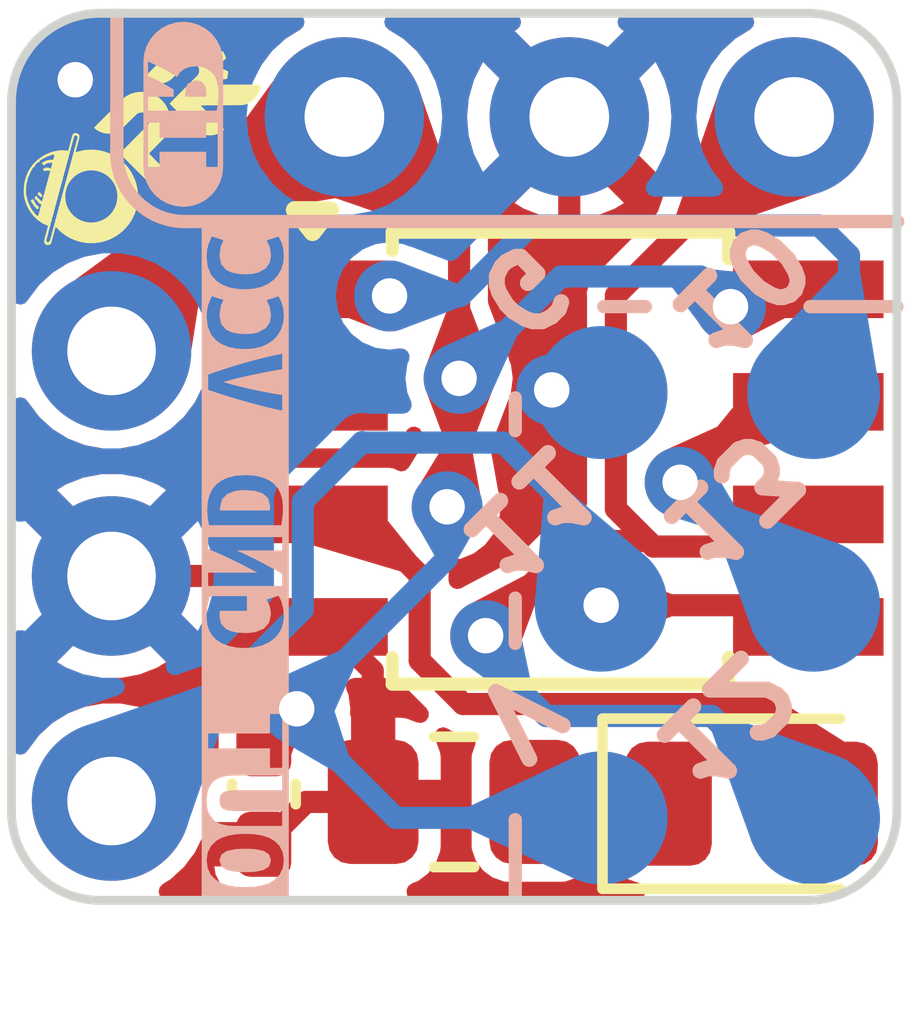
<source format=kicad_pcb>
(kicad_pcb (version 20221018) (generator pcbnew)
  (layers (0 "F.Cu" signal) (31 "B.Cu" signal) (34 "B.Paste" user) (35 "F.Paste" user) (36 "B.SilkS" user "B.Silkscreen") (37 "F.SilkS" user "F.Silkscreen") (38 "B.Mask" user) (39 "F.Mask" user) (44 "Edge.Cuts" user))
  (net 0 "")
  (net 1 "/3.3V{slash}5V")
  (net 2 "GND")
  (net 3 "Net-(D1-K)")
  (net 4 "/LED")
  (net 5 "/ERASE")
  (net 6 "/MISO{slash}12")
  (net 7 "/MOSI{slash}11")
  (net 8 "/RESET{slash}10")
  (footprint "Connector_PinSocket_2.54mm:PinSocket_1x03_P2.54mm_Vertical" (layer "F.Cu") (at 135.14 82.58)
    (fp_text reference "SUPPLY/OUTPUT1" hide)
    (fp_text value "Conn_01x03_Socket" hide)
    (pad "1" thru_hole circle (at 0 0) (size 1.8 1.8) (drill 1) (layers "*.Cu" "*.Mask") (net 1 "/3.3V{slash}5V"))
    (pad "2" thru_hole circle (at 0 2.54) (size 1.8 1.8) (drill 1) (layers "*.Cu" "*.Mask") (net 2 "GND"))
    (pad "3" thru_hole circle (at 0 5.08) (size 1.8 1.8) (drill 1) (layers "*.Cu" "*.Mask") (net 7 "/MOSI{slash}11"))
  )
  (footprint "LED_SMD:LED_0805_2012Metric" (layer "F.Cu") (at 142.37 87.69)
    (fp_text reference "D1" hide)
    (fp_text value "LED")
    (pad "1" smd roundrect (at -0.9375 0) (size 0.975 1.4) (layers "F.Cu" "F.Paste" "F.Mask") (net 3 "Net-(D1-K)"))
    (pad "2" smd roundrect (at 0.9375 0) (size 0.975 1.4) (layers "F.Cu" "F.Paste" "F.Mask") (net 4 "/LED"))
  )
  (footprint "OptoDevice:Vishay_MOLD-3Pin" (layer "F.Cu") (at 142.85 79.94 180)
    (fp_text reference "U2" hide)
    (fp_text value "TSOP4838" hide)
    (pad "1" thru_hole circle (at 0 0 180) (size 1.8 1.8) (drill 0.9) (layers "*.Cu" "*.Mask") (net 6 "/MISO{slash}12"))
    (pad "2" thru_hole circle (at 2.54 0 180) (size 1.8 1.8) (drill 0.9) (layers "*.Cu" "*.Mask") (net 2 "GND"))
    (pad "3" thru_hole circle (at 5.08 0 180) (size 1.8 1.8) (drill 0.9) (layers "*.Cu" "*.Mask") (net 1 "/3.3V{slash}5V"))
  )
  (footprint "custom_footprints:SOP8" (layer "F.Cu") (at 140.21 83.84)
    (fp_text reference "U1" hide)
    (fp_text value "ATtiny13A-S" hide)
    (pad "1" smd rect (at -2.8 -1.955) (size 1.7 0.65) (layers "F.Cu" "F.Paste" "F.Mask") (net 8 "/RESET{slash}10"))
    (pad "2" smd rect (at -2.8 -0.685) (size 1.7 0.65) (layers "F.Cu" "F.Paste" "F.Mask"))
    (pad "3" smd rect (at -2.8 0.585) (size 1.7 0.65) (layers "F.Cu" "F.Paste" "F.Mask") (net 4 "/LED"))
    (pad "4" smd rect (at -2.8 1.855) (size 1.7 0.65) (layers "F.Cu" "F.Paste" "F.Mask") (net 2 "GND"))
    (pad "5" smd rect (at 2.8 1.855) (size 1.7 0.65) (layers "F.Cu" "F.Paste" "F.Mask") (net 7 "/MOSI{slash}11"))
    (pad "6" smd rect (at 2.8 0.585) (size 1.7 0.65) (layers "F.Cu" "F.Paste" "F.Mask") (net 6 "/MISO{slash}12"))
    (pad "7" smd rect (at 2.8 -0.685) (size 1.7 0.65) (layers "F.Cu" "F.Paste" "F.Mask") (net 5 "/ERASE"))
    (pad "8" smd rect (at 2.8 -1.955) (size 1.7 0.65) (layers "F.Cu" "F.Paste" "F.Mask") (net 1 "/3.3V{slash}5V"))
  )
  (footprint "LOGO" (layer "F.Cu") (at 135.361259 80.251802 45)
    (fp_text reference "G***" hide)
    (fp_text value "LOGO" hide)
  )
  (footprint "Resistor_SMD:R_0805_2012Metric" (layer "F.Cu") (at 139.0075 87.67 180)
    (fp_text reference "R1" hide)
    (fp_text value "1K")
    (pad "1" smd roundrect (at -0.9125 0 180) (size 1.025 1.4) (layers "F.Cu" "F.Paste" "F.Mask") (roundrect_rratio 0.243902439) (net 3 "Net-(D1-K)"))
    (pad "2" smd roundrect (at 0.9125 0 180) (size 1.025 1.4) (layers "F.Cu" "F.Paste" "F.Mask") (roundrect_rratio 0.243902439) (net 2 "GND"))
  )
  (footprint "Capacitor_SMD:C_0402_1005Metric_Pad0.74x0.62mm_HandSolder" (layer "F.Cu") (at 136.86 87.58 -90)
    (fp_text reference "C1" hide)
    (fp_text value "0.1uF")
    (pad "1" smd roundrect (at -0.5675 0 270) (size 0.735 0.62) (layers "F.Cu" "F.Paste" "F.Mask") (net 1 "/3.3V{slash}5V"))
    (pad "2" smd roundrect (at 0.5675 0 270) (size 0.735 0.62) (layers "F.Cu" "F.Paste" "F.Mask") (net 2 "GND"))
  )
  (footprint "kibuzzard-664B9D8E" (layer "B.Cu") (at 136.65 84.96 90)
    (fp_text reference "kibuzzard-664B9D8E" hide)
    (fp_text value "G***" hide)
  )
  (footprint "custom_footprints:Program_pads" (layer "B.Cu") (at 140.67 87.85)
    (fp_text reference "PROGRAM1" hide)
    (fp_text value "Conn_01x06_Socket" hide)
    (pad "1" smd circle (at 0 0) (size 1.5 1.5) (layers "B.Cu" "B.Paste" "B.Mask") (net 1 "/3.3V{slash}5V"))
    (pad "2" smd circle (at 0 -2.4) (size 1.5 1.5) (layers "B.Cu" "B.Paste" "B.Mask") (net 7 "/MOSI{slash}11"))
    (pad "3" smd circle (at 0 -4.8) (size 1.5 1.5) (layers "B.Cu" "B.Paste" "B.Mask") (net 2 "GND"))
    (pad "4" smd circle (at 2.4 0) (size 1.5 1.5) (layers "B.Cu" "B.Paste" "B.Mask") (net 6 "/MISO{slash}12"))
    (pad "5" smd circle (at 2.4 -2.4) (size 1.5 1.5) (layers "B.Cu" "B.Paste" "B.Mask") (net 5 "/ERASE"))
    (pad "6" smd circle (at 2.4 -4.8) (size 1.5 1.5) (layers "B.Cu" "B.Paste" "B.Mask") (net 8 "/RESET{slash}10"))
  )
  (footprint "kibuzzard-664B97EA" (layer "B.Cu") (at 135.95 79.91 90)
    (fp_text reference "kibuzzard-664B97EA" hide)
    (fp_text value "G***" hide)
  )
  (gr_line (start 144.02 81.12) (end 136 81.12) (stroke (width 0.15)) (layer "B.SilkS"))
  (gr_line (start 139.7 88.75) (end 139.7 87.87) (stroke (width 0.15)) (layer "B.SilkS"))
  (gr_arc (start 136 81.12) (mid 135.424986 80.895014) (end 135.2 80.32) (stroke (width 0.15)) (layer "B.SilkS"))
  (gr_line (start 140.7 82.08) (end 141.17 82.08) (stroke (width 0.15)) (layer "B.SilkS"))
  (gr_line (start 143.03 82.08) (end 144.01 82.08) (stroke (width 0.15)) (layer "B.SilkS"))
  (gr_line (start 139.7 85.88) (end 139.7 85.37) (stroke (width 0.15)) (layer "B.SilkS"))
  (gr_line (start 139.7 83.48) (end 139.7 83.11) (stroke (width 0.15)) (layer "B.SilkS"))
  (gr_line (start 135.2 80.37) (end 135.2 78.79) (stroke (width 0.15)) (layer "B.SilkS"))
  (gr_line (start 143.01 88.78) (end 135.01 88.78) (stroke (width 0.1)) (layer "Edge.Cuts"))
  (gr_arc (start 144.01 87.78) (mid 143.717107 88.487107) (end 143.01 88.78) (stroke (width 0.1)) (layer "Edge.Cuts"))
  (gr_arc (start 134.01 79.77) (mid 134.302893 79.062893) (end 135.01 78.77) (stroke (width 0.1)) (layer "Edge.Cuts"))
  (gr_arc (start 135.01 88.78) (mid 134.302893 88.487107) (end 134.01 87.78) (stroke (width 0.1)) (layer "Edge.Cuts"))
  (gr_line (start 134.01 87.78) (end 134.01 79.77) (stroke (width 0.1)) (layer "Edge.Cuts"))
  (gr_line (start 144.01 79.77) (end 144.01 87.78) (stroke (width 0.1)) (layer "Edge.Cuts"))
  (gr_line (start 135.01 78.77) (end 143.01 78.77) (stroke (width 0.1)) (layer "Edge.Cuts"))
  (gr_arc (start 143.01 78.77) (mid 143.717107 79.062893) (end 144.01 79.77) (stroke (width 0.1)) (layer "Edge.Cuts"))
  (gr_text "13" (at 141.2 84.56 -135) (layer "B.SilkS") (effects (font (size 0.8 0.8) (thickness 0.18) bold) (justify left bottom mirror)))
  (gr_text "10" (at 141.3 82.17 -135) (layer "B.SilkS") (effects (font (size 0.8 0.8) (thickness 0.18) bold) (justify left bottom mirror)))
  (gr_text "G" (at 139.09 81.93 225) (layer "B.SilkS") (effects (font (size 0.8 0.8) (thickness 0.18) bold) (justify left bottom mirror)))
  (gr_text "11" (at 138.94 84.71 -135) (layer "B.SilkS") (effects (font (size 0.8 0.8) (thickness 0.18) bold) (justify left bottom mirror)))
  (gr_text "12" (at 141.12 87.03 -135) (layer "B.SilkS") (effects (font (size 0.8 0.8) (thickness 0.18) bold) (justify left bottom mirror)))
  (gr_text "V" (at 139.08 86.68 225) (layer "B.SilkS") (effects (font (size 0.8 0.8) (thickness 0.18) bold) (justify left bottom mirror)))
  (segment (start 139.0655 82.89) (end 139.0655 84.204) (width 0.25) (layer "F.Cu") (net 1))
  (segment (start 137.231625 86.6195) (end 137.231625 86.640875) (width 0.25) (layer "F.Cu") (net 1))
  (segment (start 143.01 81.885) (end 142.270229 81.885) (width 0.25) (layer "F.Cu") (net 1))
  (segment (start 137.231625 86.640875) (end 136.86 87.0125) (width 0.25) (layer "F.Cu") (net 1))
  (segment (start 139.0655 81.2355) (end 137.77 79.94) (width 0.25) (layer "F.Cu") (net 1))
  (segment (start 137.23 79.94) (end 137.77 79.94) (width 0.5) (layer "F.Cu") (net 1))
  (segment (start 135.14 82.03) (end 137.23 79.94) (width 0.5) (layer "F.Cu") (net 1))
  (segment (start 142.131187 82.080573) (end 142.814427 82.080573) (width 0.25) (layer "F.Cu") (net 1))
  (segment (start 142.814427 82.080573) (end 143.01 81.885) (width 0.25) (layer "F.Cu") (net 1))
  (segment (start 139.0655 82.89) (end 139.0655 81.2355) (width 0.25) (layer "F.Cu") (net 1))
  (segment (start 135.14 82.58) (end 135.14 82.03) (width 0.5) (layer "F.Cu") (net 1))
  (segment (start 139.0655 84.204) (end 138.93 84.3395) (width 0.25) (layer "F.Cu") (net 1))
  (via (at 139.0655 82.89) (size 0.8) (drill 0.4) (layers "F.Cu" "B.Cu") (net 1))
  (via (at 138.93 84.3395) (size 0.8) (drill 0.4) (layers "F.Cu" "B.Cu") (net 1))
  (via (at 137.231625 86.6195) (size 0.8) (drill 0.4) (layers "F.Cu" "B.Cu") (net 1))
  (via (at 142.131187 82.080573) (size 0.8) (drill 0.4) (layers "F.Cu" "B.Cu") (net 1))
  (segment (start 140.57 81.74) (end 140.2155 81.74) (width 0.25) (layer "B.Cu") (net 1))
  (segment (start 137.231625 86.6195) (end 137.231625 86.731625) (width 0.25) (layer "B.Cu") (net 1))
  (segment (start 140.2155 81.74) (end 139.0655 82.89) (width 0.25) (layer "B.Cu") (net 1))
  (segment (start 138.93 84.921125) (end 137.231625 86.6195) (width 0.25) (layer "B.Cu") (net 1))
  (segment (start 140.67 87.85) (end 138.35 87.85) (width 0.25) (layer "B.Cu") (net 1))
  (segment (start 138.93 84.894598) (end 138.93 84.921125) (width 0.25) (layer "B.Cu") (net 1))
  (segment (start 140.57 81.74) (end 141.790614 81.74) (width 0.25) (layer "B.Cu") (net 1))
  (segment (start 137.231625 86.731625) (end 138.35 87.85) (width 0.25) (layer "B.Cu") (net 1))
  (segment (start 141.790614 81.74) (end 142.131187 82.080573) (width 0.25) (layer "B.Cu") (net 1))
  (segment (start 138.93 84.3395) (end 138.93 84.894598) (width 0.25) (layer "B.Cu") (net 1))
  (segment (start 138.095 87.67) (end 137.3375 87.67) (width 0.25) (layer "F.Cu") (net 2))
  (segment (start 140.112143 83.02) (end 140.31 82.822143) (width 0.25) (layer "F.Cu") (net 2))
  (segment (start 140.31 82.822143) (end 140.31 79.94) (width 0.25) (layer "F.Cu") (net 2))
  (segment (start 136.645305 85.12) (end 137.220305 85.695) (width 0.25) (layer "F.Cu") (net 2))
  (segment (start 138.09 86.19) (end 138.09 87.665) (width 0.25) (layer "F.Cu") (net 2))
  (segment (start 137.220305 85.695) (end 137.41 85.695) (width 0.25) (layer "F.Cu") (net 2))
  (segment (start 137.595 85.695) (end 138.09 86.19) (width 0.25) (layer "F.Cu") (net 2))
  (segment (start 138.09 87.665) (end 138.095 87.67) (width 0.25) (layer "F.Cu") (net 2))
  (segment (start 137.3375 87.67) (end 136.86 88.1475) (width 0.25) (layer "F.Cu") (net 2))
  (segment (start 137.41 85.695) (end 137.595 85.695) (width 0.25) (layer "F.Cu") (net 2))
  (segment (start 136.8925 88.18) (end 136.86 88.1475) (width 0.25) (layer "F.Cu") (net 2))
  (segment (start 135.14 85.12) (end 136.645305 85.12) (width 0.25) (layer "F.Cu") (net 2))
  (segment (start 138.1275 87.59) (end 138.06 87.59) (width 0.25) (layer "F.Cu") (net 2))
  (via (at 134.73 79.52) (size 0.8) (drill 0.4) (layers "F.Cu" "B.Cu") (net 2))
  (via (at 140.112143 83.02) (size 0.8) (drill 0.4) (layers "F.Cu" "B.Cu") (net 2))
  (segment (start 134.85 79.52) (end 134.73 79.52) (width 0.25) (layer "B.Cu") (net 2))
  (segment (start 137.245 81.915) (end 134.85 79.52) (width 0.25) (layer "B.Cu") (net 2))
  (segment (start 135.14 85.12) (end 137.01 83.25) (width 0.25) (layer "B.Cu") (net 2))
  (segment (start 137.925 81.235) (end 139.015 81.235) (width 0.25) (layer "B.Cu") (net 2))
  (segment (start 137.245 81.915) (end 137.925 81.235) (width 0.25) (layer "B.Cu") (net 2))
  (segment (start 137.01 83.25) (end 137.01 82.15) (width 0.25) (layer "B.Cu") (net 2))
  (segment (start 140.67 83.05) (end 140.142143 83.05) (width 0.25) (layer "B.Cu") (net 2))
  (segment (start 140.142143 83.05) (end 140.112143 83.02) (width 0.25) (layer "B.Cu") (net 2))
  (segment (start 137.01 82.15) (end 137.245 81.915) (width 0.25) (layer "B.Cu") (net 2))
  (segment (start 139.015 81.235) (end 140.31 79.94) (width 0.25) (layer "B.Cu") (net 2))
  (segment (start 139.9725 87.61) (end 139.9525 87.59) (width 0.25) (layer "F.Cu") (net 3))
  (segment (start 141.4325 87.69) (end 139.94 87.69) (width 0.25) (layer "F.Cu") (net 3))
  (segment (start 139.94 87.69) (end 139.92 87.67) (width 0.25) (layer "F.Cu") (net 3))
  (segment (start 137.41 84.425) (end 137.935 84.425) (width 0.25) (layer "F.Cu") (net 4))
  (segment (start 142.565 86.565) (end 143.3075 87.3075) (width 0.25) (layer "F.Cu") (net 4))
  (segment (start 137.935 84.425) (end 138.62 85.11) (width 0.25) (layer "F.Cu") (net 4))
  (segment (start 143.2975 87.2975) (end 143.2975 87.61) (width 0.25) (layer "F.Cu") (net 4))
  (segment (start 138.62 85.11) (end 138.62 86.074181) (width 0.25) (layer "F.Cu") (net 4))
  (segment (start 139.110819 86.565) (end 142.565 86.565) (width 0.25) (layer "F.Cu") (net 4))
  (segment (start 143.3075 87.3075) (end 143.3075 87.69) (width 0.25) (layer "F.Cu") (net 4))
  (segment (start 138.62 86.074181) (end 139.110819 86.565) (width 0.25) (layer "F.Cu") (net 4))
  (segment (start 142.469621 83.155) (end 141.561643 84.062978) (width 0.25) (layer "F.Cu") (net 5))
  (segment (start 143.01 83.155) (end 142.410956 83.155) (width 0.25) (layer "F.Cu") (net 5))
  (segment (start 143.01 83.155) (end 142.469621 83.155) (width 0.25) (layer "F.Cu") (net 5))
  (via (at 141.561643 84.062978) (size 0.8) (drill 0.4) (layers "F.Cu" "B.Cu") (net 5))
  (segment (start 141.561643 84.062978) (end 141.682978 84.062978) (width 0.25) (layer "B.Cu") (net 5))
  (segment (start 141.682978 84.062978) (end 143.07 85.45) (width 0.25) (layer "B.Cu") (net 5))
  (segment (start 141.261338 84.787978) (end 141.19836 84.725) (width 0.25) (layer "F.Cu") (net 6))
  (segment (start 140.369695 84.725) (end 139.365061 85.729634) (width 0.25) (layer "F.Cu") (net 6))
  (segment (start 141.19836 84.725) (end 140.369695 84.725) (width 0.25) (layer "F.Cu") (net 6))
  (segment (start 141.261338 84.787978) (end 142.647022 84.787978) (width 0.25) (layer "F.Cu") (net 6))
  (segment (start 140.836643 81.953357) (end 140.836643 84.363283) (width 0.25) (layer "F.Cu") (net 6))
  (segment (start 142.647022 84.787978) (end 143.01 84.425) (width 0.25) (layer "F.Cu") (net 6))
  (segment (start 142.85 79.94) (end 140.836643 81.953357) (width 0.25) (layer "F.Cu") (net 6))
  (segment (start 140.836643 84.363283) (end 141.261338 84.787978) (width 0.25) (layer "F.Cu") (net 6))
  (segment (start 139.365061 85.729634) (end 139.365061 85.793937) (width 0.25) (layer "F.Cu") (net 6))
  (via (at 139.365061 85.793937) (size 0.8) (drill 0.4) (layers "F.Cu" "B.Cu") (net 6))
  (segment (start 140.05 86.7) (end 141.92 86.7) (width 0.25) (layer "B.Cu") (net 6))
  (segment (start 139.365061 86.015061) (end 140.05 86.7) (width 0.25) (layer "B.Cu") (net 6))
  (segment (start 139.365061 85.793937) (end 139.365061 86.015061) (width 0.25) (layer "B.Cu") (net 6))
  (segment (start 141.92 86.7) (end 143.07 87.85) (width 0.25) (layer "B.Cu") (net 6))
  (segment (start 142.765 85.45) (end 143.01 85.695) (width 0.25) (layer "F.Cu") (net 7))
  (segment (start 140.67 85.45) (end 142.765 85.45) (width 0.25) (layer "F.Cu") (net 7))
  (via (at 140.67 85.45) (size 0.8) (drill 0.4) (layers "F.Cu" "B.Cu") (net 7))
  (segment (start 137.97 83.61) (end 137.975 83.615) (width 0.25) (layer "B.Cu") (net 7))
  (segment (start 137.975 83.615) (end 139.565 83.615) (width 0.25) (layer "B.Cu") (net 7))
  (segment (start 140.57 84.61) (end 140.57 85.35) (width 0.25) (layer "B.Cu") (net 7))
  (segment (start 135.14 87.66) (end 137.3 85.5) (width 0.25) (layer "B.Cu") (net 7))
  (segment (start 137.3 84.28) (end 137.97 83.61) (width 0.25) (layer "B.Cu") (net 7))
  (segment (start 140.57 85.35) (end 140.67 85.45) (width 0.25) (layer "B.Cu") (net 7))
  (segment (start 139.565 83.615) (end 140.56 84.61) (width 0.25) (layer "B.Cu") (net 7))
  (segment (start 137.3 85.5) (end 137.3 84.28) (width 0.25) (layer "B.Cu") (net 7))
  (segment (start 140.56 84.61) (end 140.57 84.61) (width 0.25) (layer "B.Cu") (net 7))
  (segment (start 137.485 81.96) (end 137.41 81.885) (width 0.25) (layer "F.Cu") (net 8))
  (segment (start 138.28 81.96) (end 137.485 81.96) (width 0.25) (layer "F.Cu") (net 8))
  (via (at 138.28 81.96) (size 0.8) (drill 0.4) (layers "F.Cu" "B.Cu") (net 8))
  (segment (start 139.875 81.165) (end 143.135 81.165) (width 0.25) (layer "B.Cu") (net 8))
  (segment (start 138.28 81.96) (end 139.08 81.96) (width 0.25) (layer "B.Cu") (net 8))
  (segment (start 139.08 81.96) (end 139.875 81.165) (width 0.25) (layer "B.Cu") (net 8))
  (segment (start 143.135 81.165) (end 143.47 81.5) (width 0.25) (layer "B.Cu") (net 8))
  (segment (start 143.47 82.65) (end 143.07 83.05) (width 0.25) (layer "B.Cu") (net 8))
  (segment (start 143.47 81.5) (end 143.47 82.65) (width 0.25) (layer "B.Cu") (net 8))
  (zone (net 2) (net_name "GND") (layers "F&B.Cu") (connect_pads (clearance 0.2)) (min_thickness 0.2) (fill yes (thermal_gap 0.25) (thermal_bridge_width 0.5))
    (polygon (pts (xy 133.88 78.62) (xy 144.21 78.62) (xy 144.21 88.97) (xy 133.89 88.97)))
  )
)
</source>
